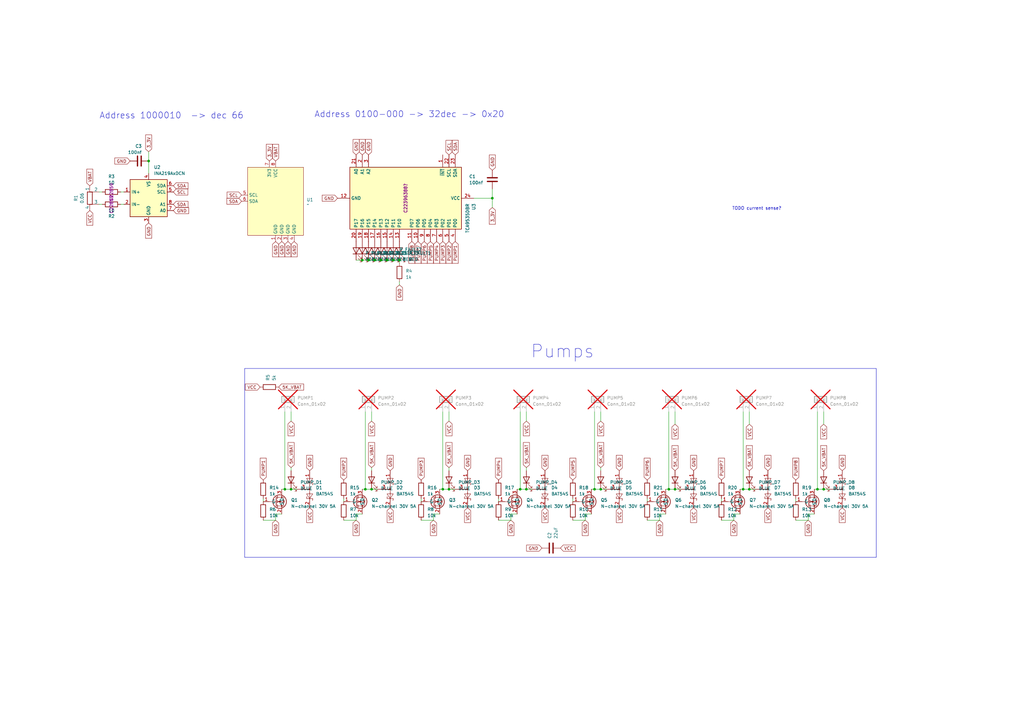
<source format=kicad_sch>
(kicad_sch (version 20250114) (generator "eeschema") (generator_version "9.0")
  (paper "A3")
  (lib_symbols
    (symbol "Connector_Generic:Conn_01x02" (pin_names (offset 1.016) (hide yes))
      (property "Reference" "J" (at 0 2.54 0))
      (property "Value" "Conn_01x02" (at 0 -5.08 0))
      (symbol "Conn_01x02_1_1"
        (rectangle (start -1.27 1.27) (end 1.27 -3.81) (stroke (width 0.254)) (fill (type background)))
        (rectangle (start -1.27 0.127) (end 0 -0.127) (stroke (width 0.1524)))
        (rectangle (start -1.27 -2.413) (end 0 -2.667) (stroke (width 0.1524)))
        (pin passive line (at -5.08 0 0) (length 3.81) (name "Pin_1") (number "1"))
        (pin passive line (at -5.08 -2.54 0) (length 3.81) (name "Pin_2") (number "2"))
      )
    )
    (symbol "Device:C" (pin_numbers (hide yes)) (pin_names (offset 0.254))
      (property "Reference" "C" (at 0.635 2.54 0))
      (property "Value" "C" (at 0.635 -2.54 0))
      (symbol "C_0_1"
        (polyline (pts (xy -2.032 0.762) (xy 2.032 0.762)) (stroke (width 0.508)))
        (polyline (pts (xy -2.032 -0.762) (xy 2.032 -0.762)) (stroke (width 0.508)))
      )
      (symbol "C_1_1"
        (pin passive line (at 0 3.81 270) (length 2.794) (name "~") (number "1"))
        (pin passive line (at 0 -3.81 90) (length 2.794) (name "~") (number "2"))
      )
    )
    (symbol "Device:LED" (pin_numbers (hide yes)) (pin_names (offset 1.016) (hide yes))
      (property "Reference" "D" (at 0 2.54 0))
      (property "Value" "LED" (at 0 -2.54 0))
      (symbol "LED_0_1"
        (polyline (pts (xy -3.048 -0.762) (xy -4.572 -2.286) (xy -3.81 -2.286) (xy -4.572 -2.286) (xy -4.572 -1.524)))
        (polyline (pts (xy -1.778 -0.762) (xy -3.302 -2.286) (xy -2.54 -2.286) (xy -3.302 -2.286) (xy -3.302 -1.524)))
        (polyline (pts (xy -1.27 0) (xy 1.27 0)))
        (polyline (pts (xy -1.27 -1.27) (xy -1.27 1.27)) (stroke (width 0.254)))
        (polyline (pts (xy 1.27 -1.27) (xy 1.27 1.27) (xy -1.27 0) (xy 1.27 -1.27)) (stroke (width 0.254)))
      )
      (symbol "LED_1_1"
        (pin passive line (at -3.81 0 0) (length 2.54) (name "K") (number "1"))
        (pin passive line (at 3.81 0 180) (length 2.54) (name "A") (number "2"))
      )
    )
    (symbol "Device:R" (pin_numbers (hide yes)) (pin_names (offset 0))
      (property "Reference" "R" (at 2.032 0 90))
      (property "Value" "R" (at 0 0 90))
      (symbol "R_0_1"
        (rectangle (start -1.016 -2.54) (end 1.016 2.54) (stroke (width 0.254)))
      )
      (symbol "R_1_1"
        (pin passive line (at 0 3.81 270) (length 1.27) (name "~") (number "1"))
        (pin passive line (at 0 -3.81 90) (length 1.27) (name "~") (number "2"))
      )
    )
    (symbol "Device:R_Shunt" (pin_numbers (hide yes)) (pin_names (offset 0))
      (property "Reference" "R" (at -4.445 0 90))
      (property "Value" "R_Shunt" (at -2.54 0 90))
      (symbol "R_Shunt_0_1"
        (rectangle (start -1.016 -2.54) (end 1.016 2.54) (stroke (width 0.254)))
        (polyline (pts (xy 0 -2.54) (xy 1.27 -2.54)))
        (polyline (pts (xy 1.27 2.54) (xy 0 2.54)))
      )
      (symbol "R_Shunt_1_1"
        (pin passive line (at 0 5.08 270) (length 2.54) (name "1") (number "1"))
        (pin passive line (at 0 -5.08 90) (length 2.54) (name "4") (number "4"))
        (pin passive line (at 3.81 2.54 180) (length 2.54) (name "2") (number "2"))
        (pin passive line (at 3.81 -2.54 180) (length 2.54) (name "3") (number "3"))
      )
    )
    (symbol "Diode:BAS40-04" (pin_names (offset 1.016))
      (property "Reference" "D" (at 0.635 -1.27 0))
      (property "Value" "BAS40-04" (at -6.35 5.715 0))
      (symbol "BAS40-04_0_1"
        (polyline (pts (xy -4.445 3.81) (xy -4.445 1.27) (xy -2.54 2.54) (xy -4.445 3.81)))
        (polyline (pts (xy -3.81 2.54) (xy -1.27 2.54)))
        (polyline (pts (xy -3.175 1.27) (xy -3.175 1.524)))
        (polyline (pts (xy -2.54 3.81) (xy -1.905 3.81)))
        (polyline (pts (xy -2.54 1.27) (xy -3.175 1.27)))
        (polyline (pts (xy -2.54 1.27) (xy -2.54 3.81)))
        (polyline (pts (xy -1.905 3.81) (xy -1.905 3.556)))
        (polyline (pts (xy -1.905 2.54) (xy 1.905 2.54)))
        (circle (center 0 2.54) (radius 0.254) (fill (type outline)))
        (polyline (pts (xy 1.27 2.54) (xy 3.81 2.54)))
        (polyline (pts (xy 1.905 3.81) (xy 1.905 1.27) (xy 3.81 2.54) (xy 1.905 3.81)))
        (polyline (pts (xy 3.175 1.27) (xy 3.175 1.524)))
        (polyline (pts (xy 3.81 3.81) (xy 4.445 3.81)))
        (polyline (pts (xy 3.81 1.27) (xy 3.175 1.27)))
        (polyline (pts (xy 3.81 1.27) (xy 3.81 3.81)))
        (polyline (pts (xy 4.445 3.81) (xy 4.445 3.556)))
      )
      (symbol "BAS40-04_1_1"
        (pin passive line (at -7.62 2.54 0) (length 3.81) (name "~") (number "1"))
        (pin passive line (at 0 -2.54 90) (length 5.08) (name "~") (number "3"))
        (pin passive line (at 7.62 2.54 180) (length 3.81) (name "~") (number "2"))
      )
    )
    (symbol "ESP32-DEVKITC-32D:SL2300" (pin_names (offset 1.016))
      (property "Reference" "Q" (at 0 0 0))
      (property "Value" "SL2300" (at 7.62 0 0))
      (symbol "SL2300_1_1"
        (polyline (pts (xy -1.016 1.905) (xy -1.016 -1.905)) (stroke (width 0.254)))
        (polyline (pts (xy -1.016 0) (xy -3.81 0)))
        (polyline (pts (xy -0.508 2.286) (xy -0.508 1.27)) (stroke (width 0.254)))
        (polyline (pts (xy -0.508 0.508) (xy -0.508 -0.508)) (stroke (width 0.254)))
        (polyline (pts (xy -0.508 -1.27) (xy -0.508 -2.286)) (stroke (width 0.254)))
        (polyline (pts (xy -0.508 -1.778) (xy 2.032 -1.778) (xy 2.032 1.778) (xy -0.508 1.778)))
        (polyline (pts (xy -0.254 0) (xy 0.762 0.381) (xy 0.762 -0.381) (xy -0.254 0)) (fill (type outline)))
        (circle (center 0.381 0) (radius 2.794) (stroke (width 0.254)))
        (polyline (pts (xy 1.27 2.54) (xy 1.27 1.778)))
        (circle (center 1.27 1.778) (radius 0.254) (fill (type outline)))
        (circle (center 1.27 -1.778) (radius 0.254) (fill (type outline)))
        (polyline (pts (xy 1.27 -2.54) (xy 1.27 0) (xy -0.508 0)))
        (polyline (pts (xy 1.524 0.508) (xy 1.651 0.381) (xy 2.413 0.381) (xy 2.54 0.254)))
        (polyline (pts (xy 2.032 0.381) (xy 1.651 -0.254) (xy 2.413 -0.254) (xy 2.032 0.381)))
        (pin input line (at -6.35 0 0) (length 2.54) (name "G") (number "1"))
        (pin passive line (at 1.27 5.08 270) (length 2.54) (name "D") (number "3"))
        (pin passive line (at 1.27 -5.08 90) (length 2.54) (name "S") (number "2"))
      )
    )
    (symbol "Interface_Expansion:TCA9535DBR"
      (property "Reference" "U" (at -11.43 24.13 0))
      (property "Value" "TCA9535DBR" (at 0 0 0))
      (symbol "TCA9535DBR_0_1"
        (rectangle (start -12.7 22.86) (end 12.7 -22.86) (stroke (width 0.254)) (fill (type background)))
      )
      (symbol "TCA9535DBR_1_1"
        (pin bidirectional line (at -17.78 20.32 0) (length 5.08) (name "SDA") (number "23"))
        (pin input line (at -17.78 17.78 0) (length 5.08) (name "SCL") (number "22"))
        (pin open_collector line (at -17.78 15.24 0) (length 5.08) (name "~{INT}") (number "1"))
        (pin input line (at -17.78 -15.24 0) (length 5.08) (name "A2") (number "3"))
        (pin input line (at -17.78 -17.78 0) (length 5.08) (name "A1") (number "2"))
        (pin input line (at -17.78 -20.32 0) (length 5.08) (name "A0") (number "21"))
        (pin power_in line (at 0 27.94 270) (length 5.08) (name "VCC") (number "24"))
        (pin power_in line (at 0 -27.94 90) (length 5.08) (name "GND") (number "12"))
        (pin bidirectional line (at 17.78 20.32 180) (length 5.08) (name "P00") (number "4"))
        (pin bidirectional line (at 17.78 17.78 180) (length 5.08) (name "P01") (number "5"))
        (pin bidirectional line (at 17.78 15.24 180) (length 5.08) (name "P02") (number "6"))
        (pin bidirectional line (at 17.78 12.7 180) (length 5.08) (name "P03") (number "7"))
        (pin bidirectional line (at 17.78 10.16 180) (length 5.08) (name "P04") (number "8"))
        (pin bidirectional line (at 17.78 7.62 180) (length 5.08) (name "P05") (number "9"))
        (pin bidirectional line (at 17.78 5.08 180) (length 5.08) (name "P06") (number "10"))
        (pin bidirectional line (at 17.78 2.54 180) (length 5.08) (name "P07") (number "11"))
        (pin bidirectional line (at 17.78 -2.54 180) (length 5.08) (name "P10") (number "13"))
        (pin bidirectional line (at 17.78 -5.08 180) (length 5.08) (name "P11") (number "14"))
        (pin bidirectional line (at 17.78 -7.62 180) (length 5.08) (name "P12") (number "15"))
        (pin bidirectional line (at 17.78 -10.16 180) (length 5.08) (name "P13") (number "16"))
        (pin bidirectional line (at 17.78 -12.7 180) (length 5.08) (name "P14") (number "17"))
        (pin bidirectional line (at 17.78 -15.24 180) (length 5.08) (name "P15") (number "18"))
        (pin bidirectional line (at 17.78 -17.78 180) (length 5.08) (name "P16") (number "19"))
        (pin bidirectional line (at 17.78 -20.32 180) (length 5.08) (name "P17") (number "20"))
      )
    )
    (symbol "Modules:Pump_Output"
      (property "Reference" "U" (at -6.35 15.24 0))
      (symbol "Pump_Output_1_1"
        (rectangle (start -12.7 12.7) (end 10.16 -15.24) (fill (type background)))
        (pin bidirectional line (at -15.24 1.27 0) (length 2.54) (name "SCL") (number "5"))
        (pin bidirectional line (at -15.24 -1.27 0) (length 2.54) (name "SDA") (number "6"))
        (pin power_in line (at -3.81 15.24 270) (length 2.54) (name "3V3") (number "7"))
        (pin power_in line (at -1.27 15.24 270) (length 2.54) (name "VCC") (number "8"))
        (pin power_in line (at -1.27 -17.78 90) (length 2.54) (name "GND") (number "1"))
        (pin power_in line (at 1.27 -17.78 90) (length 2.54) (name "GND") (number "2"))
        (pin power_in line (at 3.81 -17.78 90) (length 2.54) (name "GND") (number "3"))
        (pin power_in line (at 6.35 -17.78 90) (length 2.54) (name "GND") (number "4"))
      )
    )
    (symbol "Sensor_Energy:INA219AxDCN"
      (property "Reference" "U" (at -6.35 8.89 0))
      (property "Value" "INA219AxDCN" (at 6.35 8.89 0))
      (symbol "INA219AxDCN_0_1"
        (rectangle (start -7.62 7.62) (end 7.62 -7.62) (stroke (width 0.254)) (fill (type background)))
      )
      (symbol "INA219AxDCN_1_1"
        (pin input line (at -10.16 2.54 0) (length 2.54) (name "IN+") (number "1"))
        (pin input line (at -10.16 -2.54 0) (length 2.54) (name "IN-") (number "2"))
        (pin power_in line (at 0 10.16 270) (length 2.54) (name "VS") (number "4"))
        (pin power_in line (at 0 -10.16 90) (length 2.54) (name "GND") (number "3"))
        (pin bidirectional line (at 10.16 5.08 180) (length 2.54) (name "SDA") (number "6"))
        (pin input line (at 10.16 2.54 180) (length 2.54) (name "SCL") (number "5"))
        (pin input line (at 10.16 -2.54 180) (length 2.54) (name "A1") (number "8"))
        (pin input line (at 10.16 -5.08 180) (length 2.54) (name "A0") (number "7"))
      )
    )
  )
  (rectangle (start 100.33 151.13) (end 359.41 228.6))
  (text "TODO current sense?" (at 310.388 85.598 0) (effects (font (size 1.27 1.27))))
  (text "Address 0100-000 -> 32dec -> 0x20" (at 167.894 46.99 0) (effects (font (size 2.54 2.54))))
  (text "Address 1000010  -> dec 66" (at 70.358 47.498 0) (effects (font (size 2.54 2.54))))
  (text "Pumps" (at 243.84 147.32 0) (effects (font (size 5.2578 5.2578)) (justify right bottom)))
  (junction (at 184.15 200.66))
  (junction (at 215.9 200.66))
  (junction (at 201.93 81.28))
  (junction (at 304.8 200.66))
  (junction (at 181.61 200.66))
  (junction (at 152.4 200.66))
  (junction (at 246.38 200.66))
  (junction (at 276.86 200.66))
  (junction (at 149.86 200.66))
  (junction (at 151.13 106.68))
  (junction (at 337.82 200.66))
  (junction (at 156.21 106.68))
  (junction (at 161.29 106.68))
  (junction (at 153.67 106.68))
  (junction (at 274.32 200.66))
  (junction (at 243.84 200.66))
  (junction (at 116.84 200.66))
  (junction (at 163.83 106.68))
  (junction (at 158.75 106.68))
  (junction (at 60.96 66.04))
  (junction (at 307.34 200.66))
  (junction (at 119.38 200.66))
  (junction (at 213.36 200.66))
  (junction (at 148.59 106.68))
  (junction (at 335.28 200.66))
  (wire (pts (xy 274.32 168.91) (xy 274.32 200.66)))
  (wire (pts (xy 215.9 168.91) (xy 215.9 172.72)))
  (wire (pts (xy 107.95 204.47) (xy 107.95 205.74)))
  (wire (pts (xy 201.93 77.47) (xy 201.93 81.28)))
  (wire (pts (xy 163.83 116.84) (xy 163.83 115.57)))
  (wire (pts (xy 274.32 200.66) (xy 273.05 200.66)))
  (wire (pts (xy 149.86 168.91) (xy 149.86 200.66)))
  (wire (pts (xy 152.4 200.66) (xy 154.94 200.66)))
  (wire (pts (xy 326.39 204.47) (xy 326.39 205.74)))
  (wire (pts (xy 246.38 200.66) (xy 248.92 200.66)))
  (wire (pts (xy 243.84 200.66) (xy 242.57 200.66)))
  (wire (pts (xy 240.03 210.82) (xy 240.03 213.36)))
  (wire (pts (xy 334.01 210.82) (xy 331.47 210.82)))
  (wire (pts (xy 60.96 66.04) (xy 60.96 71.12)))
  (wire (pts (xy 152.4 168.91) (xy 152.4 172.72)))
  (wire (pts (xy 152.4 191.77) (xy 152.4 193.04)))
  (wire (pts (xy 246.38 200.66) (xy 243.84 200.66)))
  (wire (pts (xy 307.34 168.91) (xy 307.34 173.99)))
  (wire (pts (xy 234.95 204.47) (xy 234.95 205.74)))
  (wire (pts (xy 149.86 200.66) (xy 148.59 200.66)))
  (wire (pts (xy 300.99 210.82) (xy 300.99 213.36)))
  (wire (pts (xy 276.86 168.91) (xy 276.86 173.99)))
  (wire (pts (xy 212.09 210.82) (xy 209.55 210.82)))
  (wire (pts (xy 184.15 193.04) (xy 184.15 191.77)))
  (wire (pts (xy 300.99 213.36) (xy 295.91 213.36)))
  (wire (pts (xy 295.91 204.47) (xy 295.91 205.74)))
  (wire (pts (xy 172.72 204.47) (xy 172.72 205.74)))
  (wire (pts (xy 158.75 106.68) (xy 161.29 106.68)))
  (wire (pts (xy 215.9 200.66) (xy 213.36 200.66)))
  (wire (pts (xy 240.03 213.36) (xy 234.95 213.36)))
  (wire (pts (xy 246.38 191.77) (xy 246.38 193.04)))
  (wire (pts (xy 184.15 168.91) (xy 184.15 172.72)))
  (wire (pts (xy 331.47 213.36) (xy 326.39 213.36)))
  (wire (pts (xy 49.53 78.74) (xy 50.8 78.74)))
  (wire (pts (xy 184.15 200.66) (xy 181.61 200.66)))
  (wire (pts (xy 273.05 210.82) (xy 270.51 210.82)))
  (wire (pts (xy 331.47 210.82) (xy 331.47 213.36)))
  (wire (pts (xy 149.86 200.66) (xy 152.4 200.66)))
  (wire (pts (xy 119.38 200.66) (xy 121.92 200.66)))
  (wire (pts (xy 307.34 200.66) (xy 309.88 200.66)))
  (wire (pts (xy 146.05 210.82) (xy 146.05 213.36)))
  (wire (pts (xy 276.86 200.66) (xy 274.32 200.66)))
  (wire (pts (xy 209.55 213.36) (xy 204.47 213.36)))
  (wire (pts (xy 303.53 210.82) (xy 300.99 210.82)))
  (wire (pts (xy 270.51 213.36) (xy 265.43 213.36)))
  (wire (pts (xy 113.03 213.36) (xy 107.95 213.36)))
  (wire (pts (xy 335.28 168.91) (xy 335.28 200.66)))
  (wire (pts (xy 215.9 191.77) (xy 215.9 193.04)))
  (wire (pts (xy 148.59 106.68) (xy 146.05 106.68)))
  (wire (pts (xy 213.36 200.66) (xy 212.09 200.66)))
  (wire (pts (xy 49.53 83.82) (xy 50.8 83.82)))
  (wire (pts (xy 156.21 106.68) (xy 158.75 106.68)))
  (wire (pts (xy 119.38 193.04) (xy 119.38 191.77)))
  (wire (pts (xy 181.61 200.66) (xy 180.34 200.66)))
  (wire (pts (xy 270.51 210.82) (xy 270.51 213.36)))
  (wire (pts (xy 265.43 204.47) (xy 265.43 205.74)))
  (wire (pts (xy 242.57 210.82) (xy 240.03 210.82)))
  (wire (pts (xy 40.64 78.74) (xy 41.91 78.74)))
  (wire (pts (xy 180.34 210.82) (xy 177.8 210.82)))
  (wire (pts (xy 163.83 107.95) (xy 163.83 106.68)))
  (wire (pts (xy 194.31 81.28) (xy 201.93 81.28)))
  (wire (pts (xy 113.03 210.82) (xy 113.03 213.36)))
  (wire (pts (xy 209.55 210.82) (xy 209.55 213.36)))
  (wire (pts (xy 177.8 210.82) (xy 177.8 213.36)))
  (wire (pts (xy 151.13 106.68) (xy 148.59 106.68)))
  (wire (pts (xy 204.47 204.47) (xy 204.47 205.74)))
  (wire (pts (xy 177.8 213.36) (xy 172.72 213.36)))
  (wire (pts (xy 307.34 200.66) (xy 304.8 200.66)))
  (wire (pts (xy 304.8 200.66) (xy 303.53 200.66)))
  (wire (pts (xy 201.93 81.28) (xy 201.93 85.09)))
  (wire (pts (xy 335.28 200.66) (xy 334.01 200.66)))
  (wire (pts (xy 213.36 168.91) (xy 213.36 200.66)))
  (wire (pts (xy 181.61 168.91) (xy 181.61 200.66)))
  (wire (pts (xy 115.57 210.82) (xy 113.03 210.82)))
  (wire (pts (xy 243.84 168.91) (xy 243.84 200.66)))
  (wire (pts (xy 140.97 204.47) (xy 140.97 205.74)))
  (wire (pts (xy 304.8 168.91) (xy 304.8 200.66)))
  (wire (pts (xy 119.38 200.66) (xy 116.84 200.66)))
  (wire (pts (xy 156.21 106.68) (xy 153.67 106.68)))
  (wire (pts (xy 246.38 168.91) (xy 246.38 172.72)))
  (wire (pts (xy 116.84 200.66) (xy 115.57 200.66)))
  (wire (pts (xy 337.82 200.66) (xy 340.36 200.66)))
  (wire (pts (xy 337.82 200.66) (xy 335.28 200.66)))
  (wire (pts (xy 40.64 83.82) (xy 41.91 83.82)))
  (wire (pts (xy 153.67 106.68) (xy 151.13 106.68)))
  (wire (pts (xy 146.05 213.36) (xy 140.97 213.36)))
  (wire (pts (xy 276.86 200.66) (xy 279.4 200.66)))
  (wire (pts (xy 148.59 210.82) (xy 146.05 210.82)))
  (wire (pts (xy 184.15 200.66) (xy 186.69 200.66)))
  (wire (pts (xy 60.96 62.23) (xy 60.96 66.04)))
  (wire (pts (xy 161.29 106.68) (xy 163.83 106.68)))
  (wire (pts (xy 116.84 168.91) (xy 116.84 200.66)))
  (wire (pts (xy 337.82 168.91) (xy 337.82 173.99)))
  (wire (pts (xy 215.9 200.66) (xy 218.44 200.66)))
  (wire (pts (xy 119.38 168.91) (xy 119.38 172.72)))
  (global_label "VCC" (shape input) (at 119.38 172.72 270) (property "Intersheetrefs" "${INTERSHEET_REFS}" (effects (hide yes))))
  (global_label "VCC" (shape input) (at 254 208.28 270) (property "Intersheetrefs" "${INTERSHEET_REFS}" (effects (hide yes))))
  (global_label "PUMP4" (shape input) (at 179.07 99.06 270) (property "Intersheetrefs" "${INTERSHEET_REFS}" (effects (hide yes))))
  (global_label "GND" (shape input) (at 127 193.04 90) (property "Intersheetrefs" "${INTERSHEET_REFS}" (effects (hide yes))))
  (global_label "SDA" (shape input) (at 186.69 63.5 90) (property "Intersheetrefs" "${INTERSHEET_REFS}" (effects (hide yes))))
  (global_label "5K_VBAT" (shape input) (at 152.4 191.77 90) (property "Intersheetrefs" "${INTERSHEET_REFS}" (effects (hide yes))))
  (global_label "3_3V" (shape input) (at 110.49 66.04 90) (property "Intersheetrefs" "${INTERSHEET_REFS}" (effects (hide yes))))
  (global_label "VCC" (shape input) (at 307.34 173.99 270) (property "Intersheetrefs" "${INTERSHEET_REFS}" (effects (hide yes))))
  (global_label "PUMP1" (shape input) (at 186.69 99.06 270) (property "Intersheetrefs" "${INTERSHEET_REFS}" (effects (hide yes))))
  (global_label "SCL" (shape input) (at 184.15 63.5 90) (property "Intersheetrefs" "${INTERSHEET_REFS}" (effects (hide yes))))
  (global_label "GND" (shape input) (at 314.96 193.04 90) (property "Intersheetrefs" "${INTERSHEET_REFS}" (effects (hide yes))))
  (global_label "PUMP5" (shape input) (at 176.53 99.06 270) (property "Intersheetrefs" "${INTERSHEET_REFS}" (effects (hide yes))))
  (global_label "VCC" (shape input) (at 106.68 158.75 180) (property "Intersheetrefs" "${INTERSHEET_REFS}" (effects (hide yes))))
  (global_label "SCL" (shape input) (at 99.06 80.01 180) (property "Intersheetrefs" "${INTERSHEET_REFS}" (effects (hide yes))))
  (global_label "PUMP8" (shape input) (at 326.39 196.85 90) (property "Intersheetrefs" "${INTERSHEET_REFS}" (effects (hide yes))))
  (global_label "GND" (shape input) (at 60.96 91.44 270) (property "Intersheetrefs" "${INTERSHEET_REFS}" (effects (hide yes))))
  (global_label "GND" (shape input) (at 201.93 69.85 90) (property "Intersheetrefs" "${INTERSHEET_REFS}" (effects (hide yes))))
  (global_label "PUMP5" (shape input) (at 234.95 196.85 90) (property "Intersheetrefs" "${INTERSHEET_REFS}" (effects (hide yes))))
  (global_label "GND" (shape input) (at 300.99 213.36 270) (property "Intersheetrefs" "${INTERSHEET_REFS}" (effects (hide yes))))
  (global_label "VCC" (shape input) (at 337.82 173.99 270) (property "Intersheetrefs" "${INTERSHEET_REFS}" (effects (hide yes))))
  (global_label "PUMP2" (shape input) (at 140.97 196.85 90) (property "Intersheetrefs" "${INTERSHEET_REFS}" (effects (hide yes))))
  (global_label "GND" (shape input) (at 115.57 99.06 270) (property "Intersheetrefs" "${INTERSHEET_REFS}" (effects (hide yes))))
  (global_label "VCC" (shape input) (at 229.87 224.79 0) (property "Intersheetrefs" "${INTERSHEET_REFS}" (effects (hide yes))))
  (global_label "VCC" (shape input) (at 314.96 208.28 270) (property "Intersheetrefs" "${INTERSHEET_REFS}" (effects (hide yes))))
  (global_label "GND" (shape input) (at 148.59 63.5 90) (property "Intersheetrefs" "${INTERSHEET_REFS}" (effects (hide yes))))
  (global_label "SDA" (shape input) (at 71.12 76.2 0) (property "Intersheetrefs" "${INTERSHEET_REFS}" (effects (hide yes))))
  (global_label "PUMP8" (shape input) (at 168.91 99.06 270) (property "Intersheetrefs" "${INTERSHEET_REFS}" (effects (hide yes))))
  (global_label "PUMP6" (shape input) (at 265.43 196.85 90) (property "Intersheetrefs" "${INTERSHEET_REFS}" (effects (hide yes))))
  (global_label "VCC" (shape input) (at 127 208.28 270) (property "Intersheetrefs" "${INTERSHEET_REFS}" (effects (hide yes))))
  (global_label "5K_VBAT" (shape input) (at 276.86 193.04 90) (property "Intersheetrefs" "${INTERSHEET_REFS}" (effects (hide yes))))
  (global_label "GND" (shape input) (at 53.34 66.04 180) (property "Intersheetrefs" "${INTERSHEET_REFS}" (effects (hide yes))))
  (global_label "5K_VBAT" (shape input) (at 246.38 191.77 90) (property "Intersheetrefs" "${INTERSHEET_REFS}" (effects (hide yes))))
  (global_label "GND" (shape input) (at 146.05 213.36 270) (property "Intersheetrefs" "${INTERSHEET_REFS}" (effects (hide yes))))
  (global_label "PUMP6" (shape input) (at 173.99 99.06 270) (property "Intersheetrefs" "${INTERSHEET_REFS}" (effects (hide yes))))
  (global_label "SCL" (shape input) (at 71.12 78.74 0) (property "Intersheetrefs" "${INTERSHEET_REFS}" (effects (hide yes))))
  (global_label "VCC" (shape input) (at 223.52 208.28 270) (property "Intersheetrefs" "${INTERSHEET_REFS}" (effects (hide yes))))
  (global_label "5K_VBAT" (shape input) (at 215.9 191.77 90) (property "Intersheetrefs" "${INTERSHEET_REFS}" (effects (hide yes))))
  (global_label "VCC" (shape input) (at 284.48 208.28 270) (property "Intersheetrefs" "${INTERSHEET_REFS}" (effects (hide yes))))
  (global_label "GND" (shape input) (at 151.13 63.5 90) (property "Intersheetrefs" "${INTERSHEET_REFS}" (effects (hide yes))))
  (global_label "VBAT" (shape input) (at 36.83 76.2 90) (property "Intersheetrefs" "${INTERSHEET_REFS}" (effects (hide yes))))
  (global_label "PUMP7" (shape input) (at 295.91 196.85 90) (property "Intersheetrefs" "${INTERSHEET_REFS}" (effects (hide yes))))
  (global_label "PUMP4" (shape input) (at 204.47 196.85 90) (property "Intersheetrefs" "${INTERSHEET_REFS}" (effects (hide yes))))
  (global_label "PUMP2" (shape input) (at 184.15 99.06 270) (property "Intersheetrefs" "${INTERSHEET_REFS}" (effects (hide yes))))
  (global_label "GND" (shape input) (at 191.77 193.04 90) (property "Intersheetrefs" "${INTERSHEET_REFS}" (effects (hide yes))))
  (global_label "VCC" (shape input) (at 184.15 172.72 270) (property "Intersheetrefs" "${INTERSHEET_REFS}" (effects (hide yes))))
  (global_label "GND" (shape input) (at 71.12 86.36 0) (property "Intersheetrefs" "${INTERSHEET_REFS}" (effects (hide yes))))
  (global_label "VCC" (shape input) (at 160.02 208.28 270) (property "Intersheetrefs" "${INTERSHEET_REFS}" (effects (hide yes))))
  (global_label "PUMP3" (shape input) (at 181.61 99.06 270) (property "Intersheetrefs" "${INTERSHEET_REFS}" (effects (hide yes))))
  (global_label "GND" (shape input) (at 345.44 193.04 90) (property "Intersheetrefs" "${INTERSHEET_REFS}" (effects (hide yes))))
  (global_label "GND" (shape input) (at 222.25 224.79 180) (property "Intersheetrefs" "${INTERSHEET_REFS}" (effects (hide yes))))
  (global_label "3_3V" (shape input) (at 201.93 85.09 270) (property "Intersheetrefs" "${INTERSHEET_REFS}" (effects (hide yes))))
  (global_label "5K_VBAT" (shape input) (at 184.15 191.77 90) (property "Intersheetrefs" "${INTERSHEET_REFS}" (effects (hide yes))))
  (global_label "GND" (shape input) (at 270.51 213.36 270) (property "Intersheetrefs" "${INTERSHEET_REFS}" (effects (hide yes))))
  (global_label "GND" (shape input) (at 223.52 193.04 90) (property "Intersheetrefs" "${INTERSHEET_REFS}" (effects (hide yes))))
  (global_label "GND" (shape input) (at 160.02 193.04 90) (property "Intersheetrefs" "${INTERSHEET_REFS}" (effects (hide yes))))
  (global_label "VCC" (shape input) (at 36.83 86.36 270) (property "Intersheetrefs" "${INTERSHEET_REFS}" (effects (hide yes))))
  (global_label "GND" (shape input) (at 113.03 99.06 270) (property "Intersheetrefs" "${INTERSHEET_REFS}" (effects (hide yes))))
  (global_label "GND" (shape input) (at 113.03 213.36 270) (property "Intersheetrefs" "${INTERSHEET_REFS}" (effects (hide yes))))
  (global_label "SDA" (shape input) (at 71.12 83.82 0) (property "Intersheetrefs" "${INTERSHEET_REFS}" (effects (hide yes))))
  (global_label "GND" (shape input) (at 118.11 99.06 270) (property "Intersheetrefs" "${INTERSHEET_REFS}" (effects (hide yes))))
  (global_label "VCC" (shape input) (at 345.44 208.28 270) (property "Intersheetrefs" "${INTERSHEET_REFS}" (effects (hide yes))))
  (global_label "5K_VBAT" (shape input) (at 307.34 193.04 90) (property "Intersheetrefs" "${INTERSHEET_REFS}" (effects (hide yes))))
  (global_label "GND" (shape input) (at 284.48 193.04 90) (property "Intersheetrefs" "${INTERSHEET_REFS}" (effects (hide yes))))
  (global_label "SDA" (shape input) (at 99.06 82.55 180) (property "Intersheetrefs" "${INTERSHEET_REFS}" (effects (hide yes))))
  (global_label "GND" (shape input) (at 331.47 213.36 270) (property "Intersheetrefs" "${INTERSHEET_REFS}" (effects (hide yes))))
  (global_label "GND" (shape input) (at 209.55 213.36 270) (property "Intersheetrefs" "${INTERSHEET_REFS}" (effects (hide yes))))
  (global_label "PUMP3" (shape input) (at 172.72 196.85 90) (property "Intersheetrefs" "${INTERSHEET_REFS}" (effects (hide yes))))
  (global_label "5K_VBAT" (shape input) (at 114.3 158.75 0) (property "Intersheetrefs" "${INTERSHEET_REFS}" (effects (hide yes))))
  (global_label "GND" (shape input) (at 120.65 99.06 270) (property "Intersheetrefs" "${INTERSHEET_REFS}" (effects (hide yes))))
  (global_label "GND" (shape input) (at 138.43 81.28 180) (property "Intersheetrefs" "${INTERSHEET_REFS}" (effects (hide yes))))
  (global_label "VCC" (shape input) (at 276.86 173.99 270) (property "Intersheetrefs" "${INTERSHEET_REFS}" (effects (hide yes))))
  (global_label "5K_VBAT" (shape input) (at 119.38 191.77 90) (property "Intersheetrefs" "${INTERSHEET_REFS}" (effects (hide yes))))
  (global_label "VCC" (shape input) (at 215.9 172.72 270) (property "Intersheetrefs" "${INTERSHEET_REFS}" (effects (hide yes))))
  (global_label "VCC" (shape input) (at 191.77 208.28 270) (property "Intersheetrefs" "${INTERSHEET_REFS}" (effects (hide yes))))
  (global_label "GND" (shape input) (at 146.05 63.5 90) (property "Intersheetrefs" "${INTERSHEET_REFS}" (effects (hide yes))))
  (global_label "VCC" (shape input) (at 246.38 172.72 270) (property "Intersheetrefs" "${INTERSHEET_REFS}" (effects (hide yes))))
  (global_label "GND" (shape input) (at 254 193.04 90) (property "Intersheetrefs" "${INTERSHEET_REFS}" (effects (hide yes))))
  (global_label "PUMP1" (shape input) (at 107.95 196.85 90) (property "Intersheetrefs" "${INTERSHEET_REFS}" (effects (hide yes))))
  (global_label "PUMP7" (shape input) (at 171.45 99.06 270) (property "Intersheetrefs" "${INTERSHEET_REFS}" (effects (hide yes))))
  (global_label "3_3V" (shape input) (at 60.96 62.23 90) (property "Intersheetrefs" "${INTERSHEET_REFS}" (effects (hide yes))))
  (global_label "VCC" (shape input) (at 152.4 172.72 270) (property "Intersheetrefs" "${INTERSHEET_REFS}" (effects (hide yes))))
  (global_label "VBAT" (shape input) (at 113.03 66.04 90) (property "Intersheetrefs" "${INTERSHEET_REFS}" (effects (hide yes))))
  (global_label "GND" (shape input) (at 163.83 116.84 270) (property "Intersheetrefs" "${INTERSHEET_REFS}" (effects (hide yes))))
  (global_label "GND" (shape input) (at 177.8 213.36 270) (property "Intersheetrefs" "${INTERSHEET_REFS}" (effects (hide yes))))
  (global_label "GND" (shape input) (at 240.03 213.36 270) (property "Intersheetrefs" "${INTERSHEET_REFS}" (effects (hide yes))))
  (global_label "5K_VBAT" (shape input) (at 337.82 193.04 90) (property "Intersheetrefs" "${INTERSHEET_REFS}" (effects (hide yes))))
  (symbol (lib_id "Device:LED") (at 246.38 196.85 90) (unit 1)
    (property "Reference" "PUMP_D5" (at 250.19 197.8025 90) (effects (justify right)))
    (property "Value" "BLUE" (at 250.19 200.3425 90) (effects (justify right)))
    (property "Footprint" "LED_SMD:LED_0805_2012Metric" (effects (hide yes)))
    (property "Description" "Light emitting diode" (effects (hide yes)))
    (property "LCSC_PART_NUMBER" "C205441" (effects (hide yes)))
    (property "Sim.Pins" "1=K 2=A" (effects (hide yes)))
  )
  (symbol (lib_id "Diode:BAS40-04") (at 342.9 200.66 270) (unit 1)
    (property "Reference" "D8" (at 347.98 200.025 90) (effects (justify left)))
    (property "Value" "BAT54S" (at 347.98 202.565 90) (effects (justify left)))
    (property "Footprint" "Package_TO_SOT_SMD:SOT-23" (effects (hide yes)))
    (property "Datasheet" "http://www.vishay.com/docs/85701/bas40v.pdf" (effects (hide yes)))
    (property "Description" "40V 0.2A Dual Small Signal Schottky Diodes" (effects (hide yes)))
    (property "LCSC_PART_NUMBER" "C916425" (effects (hide yes)))
  )
  (symbol (lib_id "ESP32-DEVKITC-32D:SL2300") (at 114.3 205.74 0) (unit 1)
    (property "Reference" "Q1" (at 119.38 205.105 0) (effects (justify left)))
    (property "Value" "N-channel 30V 5A" (at 119.38 207.645 0) (effects (justify left)))
    (property "Footprint" "PCM_Package_TO_SOT_SMD_AKL:SOT-23" (effects (hide yes)))
    (property "LCSC_PART_NUMBER" "C20917" (effects (hide yes)))
  )
  (symbol (lib_id "Device:R") (at 326.39 209.55 0) (unit 1)
    (property "Reference" "R13" (at 328.93 208.915 0) (effects (justify left)))
    (property "Value" "10k" (at 328.93 211.455 0) (effects (justify left)))
    (property "Footprint" "Resistor_SMD:R_0603_1608Metric" (effects (hide yes)))
    (property "Description" "Resistor" (effects (hide yes)))
    (property "LCSC_PART_NUMBER" "C25804" (effects (hide yes)))
  )
  (symbol (lib_id "Device:LED") (at 152.4 196.85 90) (unit 1)
    (property "Reference" "PUMP_D2" (at 156.21 197.8025 90) (effects (justify right)))
    (property "Value" "BLUE" (at 156.21 200.3425 90) (effects (justify right)))
    (property "Footprint" "LED_SMD:LED_0805_2012Metric" (effects (hide yes)))
    (property "Description" "Light emitting diode" (effects (hide yes)))
    (property "LCSC_PART_NUMBER" "C205441" (effects (hide yes)))
    (property "Sim.Pins" "1=K 2=A" (effects (hide yes)))
  )
  (symbol (lib_id "Device:LED") (at 163.83 102.87 90) (unit 1)
    (property "Reference" "P_FAULT1" (at 167.64 103.8225 90) (effects (justify right)))
    (property "Value" "RED" (at 167.64 106.3625 90) (effects (justify right)))
    (property "Footprint" "LED_SMD:LED_0805_2012Metric" (effects (hide yes)))
    (property "Description" "Light emitting diode" (effects (hide yes)))
    (property "LCSC_PART_NUMBER" "C205441" (effects (hide yes)))
    (property "Sim.Pins" "1=K 2=A" (effects (hide yes)))
  )
  (symbol (lib_id "Diode:BAS40-04") (at 124.46 200.66 270) (unit 1)
    (property "Reference" "D1" (at 129.54 200.025 90) (effects (justify left)))
    (property "Value" "BAT54S" (at 129.54 202.565 90) (effects (justify left)))
    (property "Footprint" "Package_TO_SOT_SMD:SOT-23" (effects (hide yes)))
    (property "Datasheet" "http://www.vishay.com/docs/85701/bas40v.pdf" (effects (hide yes)))
    (property "Description" "40V 0.2A Dual Small Signal Schottky Diodes" (effects (hide yes)))
    (property "LCSC_PART_NUMBER" "C916425" (effects (hide yes)))
  )
  (symbol (lib_id "Device:C") (at 226.06 224.79 270) (unit 1)
    (property "Reference" "C2" (at 225.425 220.98 0) (effects (justify right)))
    (property "Value" "22uF" (at 227.965 220.98 0) (effects (justify right)))
    (property "Footprint" "PCM_Capacitor_SMD_Handsoldering_AKL:C_0805_2012Metric_Pad1.18x1.45mm" (effects (hide yes)))
    (property "Description" "Unpolarized capacitor" (effects (hide yes)))
    (property "LCSC_PART_NUMBER" "C45783" (effects (hide yes)))
  )
  (symbol (lib_id "Device:C") (at 201.93 73.66 0) (unit 1)
    (property "Reference" "C1" (at 192.405 72.39 0) (effects (justify left)))
    (property "Value" "100nf" (at 192.405 74.93 0) (effects (justify left)))
    (property "Footprint" "PCM_Capacitor_SMD_Handsoldering_AKL:C_0603_1608Metric_Pad1.08x0.95mm" (effects (hide yes)))
    (property "LCSC_PART_NUMBER" "C14663" (effects (hide yes)))
  )
  (symbol (lib_id "Connector_Generic:Conn_01x02") (at 274.32 163.83 90) (unit 1) (dnp yes)
    (property "Reference" "PUMP6" (at 279.4 163.195 90) (effects (justify right)))
    (property "Value" "Conn_01x02" (at 279.4 165.735 90) (effects (justify right)))
    (property "Footprint" "Connector_JST:JST_EH_B2B-EH-A_1x02_P2.50mm_Vertical" (effects (hide yes)))
    (property "Description" "Generic connector, single row, 01x02, script generated (kicad-library-utils/schlib/autogen/connector/)" (effects (hide yes)))
  )
  (symbol (lib_id "Connector_Generic:Conn_01x02") (at 243.84 163.83 90) (unit 1) (dnp yes)
    (property "Reference" "PUMP5" (at 248.92 163.195 90) (effects (justify right)))
    (property "Value" "Conn_01x02" (at 248.92 165.735 90) (effects (justify right)))
    (property "Footprint" "Connector_JST:JST_EH_B2B-EH-A_1x02_P2.50mm_Vertical" (effects (hide yes)))
    (property "Description" "Generic connector, single row, 01x02, script generated (kicad-library-utils/schlib/autogen/connector/)" (effects (hide yes)))
  )
  (symbol (lib_id "Device:LED") (at 146.05 102.87 90) (unit 1)
    (property "Reference" "P_FAULT8" (at 149.86 103.8225 90) (effects (justify right)))
    (property "Value" "RED" (at 149.86 106.3625 90) (effects (justify right)))
    (property "Footprint" "LED_SMD:LED_0805_2012Metric" (effects (hide yes)))
    (property "Description" "Light emitting diode" (effects (hide yes)))
    (property "LCSC_PART_NUMBER" "C205441" (effects (hide yes)))
    (property "Sim.Pins" "1=K 2=A" (effects (hide yes)))
  )
  (symbol (lib_id "ESP32-DEVKITC-32D:SL2300") (at 210.82 205.74 0) (unit 1)
    (property "Reference" "Q4" (at 215.9 205.105 0) (effects (justify left)))
    (property "Value" "N-channel 30V 5A" (at 215.9 207.645 0) (effects (justify left)))
    (property "Footprint" "PCM_Package_TO_SOT_SMD_AKL:SOT-23" (effects (hide yes)))
    (property "LCSC_PART_NUMBER" "C20917" (effects (hide yes)))
  )
  (symbol (lib_id "Diode:BAS40-04") (at 157.48 200.66 270) (unit 1)
    (property "Reference" "D2" (at 162.56 200.025 90) (effects (justify left)))
    (property "Value" "BAT54S" (at 162.56 202.565 90) (effects (justify left)))
    (property "Footprint" "Package_TO_SOT_SMD:SOT-23" (effects (hide yes)))
    (property "Datasheet" "http://www.vishay.com/docs/85701/bas40v.pdf" (effects (hide yes)))
    (property "Description" "40V 0.2A Dual Small Signal Schottky Diodes" (effects (hide yes)))
    (property "LCSC_PART_NUMBER" "C916425" (effects (hide yes)))
  )
  (symbol (lib_id "Diode:BAS40-04") (at 220.98 200.66 270) (unit 1)
    (property "Reference" "D4" (at 226.06 200.025 90) (effects (justify left)))
    (property "Value" "BAT54S" (at 226.06 202.565 90) (effects (justify left)))
    (property "Footprint" "Package_TO_SOT_SMD:SOT-23" (effects (hide yes)))
    (property "Datasheet" "http://www.vishay.com/docs/85701/bas40v.pdf" (effects (hide yes)))
    (property "Description" "40V 0.2A Dual Small Signal Schottky Diodes" (effects (hide yes)))
    (property "LCSC_PART_NUMBER" "C916425" (effects (hide yes)))
  )
  (symbol (lib_id "Device:LED") (at 337.82 196.85 90) (unit 1)
    (property "Reference" "PUMP_D8" (at 341.63 197.8025 90) (effects (justify right)))
    (property "Value" "BLUE" (at 341.63 200.3425 90) (effects (justify right)))
    (property "Footprint" "LED_SMD:LED_0805_2012Metric" (effects (hide yes)))
    (property "Description" "Light emitting diode" (effects (hide yes)))
    (property "LCSC_PART_NUMBER" "C205441" (effects (hide yes)))
    (property "Sim.Pins" "1=K 2=A" (effects (hide yes)))
  )
  (symbol (lib_id "Device:R") (at 295.91 200.66 0) (unit 1)
    (property "Reference" "R20" (at 298.45 200.025 0) (effects (justify left)))
    (property "Value" "1k" (at 298.45 202.565 0) (effects (justify left)))
    (property "Footprint" "Resistor_SMD:R_0603_1608Metric" (effects (hide yes)))
    (property "Description" "Resistor" (effects (hide yes)))
    (property "LCSC_PART_NUMBER" "C21190" (effects (hide yes)))
  )
  (symbol (lib_id "Device:LED") (at 307.34 196.85 90) (unit 1)
    (property "Reference" "PUMP_D7" (at 311.15 197.8025 90) (effects (justify right)))
    (property "Value" "BLUE" (at 311.15 200.3425 90) (effects (justify right)))
    (property "Footprint" "LED_SMD:LED_0805_2012Metric" (effects (hide yes)))
    (property "Description" "Light emitting diode" (effects (hide yes)))
    (property "LCSC_PART_NUMBER" "C205441" (effects (hide yes)))
    (property "Sim.Pins" "1=K 2=A" (effects (hide yes)))
  )
  (symbol (lib_id "Device:LED") (at 184.15 196.85 90) (unit 1)
    (property "Reference" "PUMP_D3" (at 187.96 197.8025 90) (effects (justify right)))
    (property "Value" "BLUE" (at 187.96 200.3425 90) (effects (justify right)))
    (property "Footprint" "LED_SMD:LED_0805_2012Metric" (effects (hide yes)))
    (property "Description" "Light emitting diode" (effects (hide yes)))
    (property "LCSC_PART_NUMBER" "C205441" (effects (hide yes)))
    (property "Sim.Pins" "1=K 2=A" (effects (hide yes)))
  )
  (symbol (lib_id "Sensor_Energy:INA219AxDCN") (at 60.96 81.28 0) (unit 1)
    (property "Reference" "U2" (at 63.1033 68.58 0) (effects (justify left)))
    (property "Value" "INA219AxDCN" (at 63.1033 71.12 0) (effects (justify left)))
    (property "Footprint" "Package_TO_SOT_SMD:SOT-23-8" (effects (hide yes)))
    (property "Datasheet" "http://www.ti.com/lit/ds/symlink/ina219.pdf" (effects (hide yes)))
    (property "Description" "Zero-Drift, Bidirectional Current/Power Monitor (0-26V) With I2C Interface, SOT-23-8" (effects (hide yes)))
  )
  (symbol (lib_id "Device:R") (at 204.47 209.55 0) (unit 1)
    (property "Reference" "R9" (at 207.01 208.915 0) (effects (justify left)))
    (property "Value" "10k" (at 207.01 211.455 0) (effects (justify left)))
    (property "Footprint" "Resistor_SMD:R_0603_1608Metric" (effects (hide yes)))
    (property "Description" "Resistor" (effects (hide yes)))
    (property "LCSC_PART_NUMBER" "C25804" (effects (hide yes)))
  )
  (symbol (lib_id "Device:R") (at 140.97 200.66 0) (unit 1)
    (property "Reference" "R15" (at 143.51 200.025 0) (effects (justify left)))
    (property "Value" "1k" (at 143.51 202.565 0) (effects (justify left)))
    (property "Footprint" "Resistor_SMD:R_0603_1608Metric" (effects (hide yes)))
    (property "Description" "Resistor" (effects (hide yes)))
    (property "LCSC_PART_NUMBER" "C21190" (effects (hide yes)))
  )
  (symbol (lib_id "Diode:BAS40-04") (at 281.94 200.66 270) (unit 1)
    (property "Reference" "D6" (at 287.02 200.025 90) (effects (justify left)))
    (property "Value" "BAT54S" (at 287.02 202.565 90) (effects (justify left)))
    (property "Footprint" "Package_TO_SOT_SMD:SOT-23" (effects (hide yes)))
    (property "Datasheet" "http://www.vishay.com/docs/85701/bas40v.pdf" (effects (hide yes)))
    (property "Description" "40V 0.2A Dual Small Signal Schottky Diodes" (effects (hide yes)))
    (property "LCSC_PART_NUMBER" "C916425" (effects (hide yes)))
  )
  (symbol (lib_id "Device:LED") (at 276.86 196.85 90) (unit 1)
    (property "Reference" "PUMP_D6" (at 280.67 197.8025 90) (effects (justify right)))
    (property "Value" "BLUE" (at 280.67 200.3425 90) (effects (justify right)))
    (property "Footprint" "LED_SMD:LED_0805_2012Metric" (effects (hide yes)))
    (property "Description" "Light emitting diode" (effects (hide yes)))
    (property "LCSC_PART_NUMBER" "C205441" (effects (hide yes)))
    (property "Sim.Pins" "1=K 2=A" (effects (hide yes)))
  )
  (symbol (lib_id "Device:R") (at 204.47 200.66 0) (unit 1)
    (property "Reference" "R17" (at 207.01 200.025 0) (effects (justify left)))
    (property "Value" "1k" (at 207.01 202.565 0) (effects (justify left)))
    (property "Footprint" "Resistor_SMD:R_0603_1608Metric" (effects (hide yes)))
    (property "Description" "Resistor" (effects (hide yes)))
    (property "LCSC_PART_NUMBER" "C21190" (effects (hide yes)))
  )
  (symbol (lib_id "Device:R") (at 234.95 200.66 0) (unit 1)
    (property "Reference" "R18" (at 237.49 200.025 0) (effects (justify left)))
    (property "Value" "1k" (at 237.49 202.565 0) (effects (justify left)))
    (property "Footprint" "Resistor_SMD:R_0603_1608Metric" (effects (hide yes)))
    (property "Description" "Resistor" (effects (hide yes)))
    (property "LCSC_PART_NUMBER" "C21190" (effects (hide yes)))
  )
  (symbol (lib_id "Device:R") (at 140.97 209.55 0) (unit 1)
    (property "Reference" "R7" (at 143.51 208.915 0) (effects (justify left)))
    (property "Value" "10k" (at 143.51 211.455 0) (effects (justify left)))
    (property "Footprint" "Resistor_SMD:R_0603_1608Metric" (effects (hide yes)))
    (property "Description" "Resistor" (effects (hide yes)))
    (property "LCSC_PART_NUMBER" "C25804" (effects (hide yes)))
  )
  (symbol (lib_id "Device:C") (at 57.15 66.04 90) (unit 1)
    (property "Reference" "C3" (at 58.166 59.944 90) (effects (justify left)))
    (property "Value" "100nf" (at 58.166 62.484 90) (effects (justify left)))
    (property "Footprint" "PCM_Capacitor_SMD_Handsoldering_AKL:C_0603_1608Metric_Pad1.08x0.95mm" (effects (hide yes)))
    (property "LCSC_PART_NUMBER" "C14663" (effects (hide yes)))
  )
  (symbol (lib_id "Device:LED") (at 161.29 102.87 90) (unit 1)
    (property "Reference" "P_FAULT2" (at 163.83 102.362 90) (effects (justify right)))
    (property "Value" "RED" (at 165.1 106.3625 90) (effects (justify right)))
    (property "Footprint" "LED_SMD:LED_0805_2012Metric" (effects (hide yes)))
    (property "Description" "Light emitting diode" (effects (hide yes)))
    (property "LCSC_PART_NUMBER" "C205441" (effects (hide yes)))
    (property "Sim.Pins" "1=K 2=A" (effects (hide yes)))
  )
  (symbol (lib_id "Connector_Generic:Conn_01x02") (at 335.28 163.83 90) (unit 1) (dnp yes)
    (property "Reference" "PUMP8" (at 340.36 163.195 90) (effects (justify right)))
    (property "Value" "Conn_01x02" (at 340.36 165.735 90) (effects (justify right)))
    (property "Footprint" "Connector_JST:JST_EH_B2B-EH-A_1x02_P2.50mm_Vertical" (effects (hide yes)))
    (property "Description" "Generic connector, single row, 01x02, script generated (kicad-library-utils/schlib/autogen/connector/)" (effects (hide yes)))
  )
  (symbol (lib_id "Interface_Expansion:TCA9535DBR") (at 166.37 81.28 270) (unit 1)
    (property "Reference" "U3" (at 194.31 83.4233 0) (effects (justify left)))
    (property "Value" "TCA9535DBR" (at 191.77 83.4233 0) (effects (justify left)))
    (property "Footprint" "Package_SO:SSOP-24_5.3x8.2mm_P0.65mm" (effects (hide yes)))
    (property "Datasheet" "http://www.ti.com/lit/ds/symlink/tca9535.pdf" (effects (hide yes)))
    (property "Description" "16-bit I/O expander, I2C and SMBus interface, interrupts, w/o pull-ups, SSOP-24" (effects (hide yes)))
    (property "LCSC_PART_NUMBER" "C22396388?" (at 166.37 81.28 0))
  )
  (symbol (lib_id "Connector_Generic:Conn_01x02") (at 149.86 163.83 90) (unit 1) (dnp yes)
    (property "Reference" "PUMP2" (at 154.94 163.195 90) (effects (justify right)))
    (property "Value" "Conn_01x02" (at 154.94 165.735 90) (effects (justify right)))
    (property "Footprint" "Connector_JST:JST_EH_B2B-EH-A_1x02_P2.50mm_Vertical" (effects (hide yes)))
    (property "Description" "Generic connector, single row, 01x02, script generated (kicad-library-utils/schlib/autogen/connector/)" (effects (hide yes)))
  )
  (symbol (lib_id "Diode:BAS40-04") (at 312.42 200.66 270) (unit 1)
    (property "Reference" "D7" (at 317.5 200.025 90) (effects (justify left)))
    (property "Value" "BAT54S" (at 317.5 202.565 90) (effects (justify left)))
    (property "Footprint" "Package_TO_SOT_SMD:SOT-23" (effects (hide yes)))
    (property "Datasheet" "http://www.vishay.com/docs/85701/bas40v.pdf" (effects (hide yes)))
    (property "Description" "40V 0.2A Dual Small Signal Schottky Diodes" (effects (hide yes)))
    (property "LCSC_PART_NUMBER" "C916425" (effects (hide yes)))
  )
  (symbol (lib_id "Device:R_Shunt") (at 36.83 81.28 0) (unit 1)
    (property "Reference" "R1" (at 31.115 81.28 90))
    (property "Value" "0.06" (at 33.655 81.28 90))
    (property "Footprint" "board:R_Shunt_Vishay_WSK2512_6332Metric_T1.19mm" (effects (hide yes)))
    (property "LCSC_PART_NUMBER" "C252688" (effects (hide yes)))
  )
  (symbol (lib_id "Device:R") (at 107.95 209.55 0) (unit 1)
    (property "Reference" "R6" (at 110.49 208.915 0) (effects (justify left)))
    (property "Value" "10k" (at 110.49 211.455 0) (effects (justify left)))
    (property "Footprint" "Resistor_SMD:R_0603_1608Metric" (effects (hide yes)))
    (property "Description" "Resistor" (effects (hide yes)))
    (property "LCSC_PART_NUMBER" "C25804" (effects (hide yes)))
  )
  (symbol (lib_id "Device:R") (at 107.95 200.66 0) (unit 1)
    (property "Reference" "R14" (at 110.49 200.025 0) (effects (justify left)))
    (property "Value" "1k" (at 110.49 202.565 0) (effects (justify left)))
    (property "Footprint" "Resistor_SMD:R_0603_1608Metric" (effects (hide yes)))
    (property "Description" "Resistor" (effects (hide yes)))
    (property "LCSC_PART_NUMBER" "C21190" (effects (hide yes)))
  )
  (symbol (lib_id "ESP32-DEVKITC-32D:SL2300") (at 271.78 205.74 0) (unit 1)
    (property "Reference" "Q6" (at 276.86 205.105 0) (effects (justify left)))
    (property "Value" "N-channel 30V 5A" (at 276.86 207.645 0) (effects (justify left)))
    (property "Footprint" "PCM_Package_TO_SOT_SMD_AKL:SOT-23" (effects (hide yes)))
    (property "LCSC_PART_NUMBER" "C20917" (effects (hide yes)))
  )
  (symbol (lib_id "Device:R") (at 265.43 209.55 0) (unit 1)
    (property "Reference" "R11" (at 267.97 208.915 0) (effects (justify left)))
    (property "Value" "10k" (at 267.97 211.455 0) (effects (justify left)))
    (property "Footprint" "Resistor_SMD:R_0603_1608Metric" (effects (hide yes)))
    (property "Description" "Resistor" (effects (hide yes)))
    (property "LCSC_PART_NUMBER" "C25804" (effects (hide yes)))
  )
  (symbol (lib_id "ESP32-DEVKITC-32D:SL2300") (at 179.07 205.74 0) (unit 1)
    (property "Reference" "Q3" (at 184.15 205.105 0) (effects (justify left)))
    (property "Value" "N-channel 30V 5A" (at 184.15 207.645 0) (effects (justify left)))
    (property "Footprint" "PCM_Package_TO_SOT_SMD_AKL:SOT-23" (effects (hide yes)))
    (property "LCSC_PART_NUMBER" "C20917" (effects (hide yes)))
  )
  (symbol (lib_id "Device:LED") (at 153.67 102.87 90) (unit 1)
    (property "Reference" "P_FAULT5" (at 157.48 103.8225 90) (effects (justify right)))
    (property "Value" "RED" (at 157.48 106.3625 90) (effects (justify right)))
    (property "Footprint" "LED_SMD:LED_0805_2012Metric" (effects (hide yes)))
    (property "Description" "Light emitting diode" (effects (hide yes)))
    (property "LCSC_PART_NUMBER" "C205441" (effects (hide yes)))
    (property "Sim.Pins" "1=K 2=A" (effects (hide yes)))
  )
  (symbol (lib_id "Device:R") (at 110.49 158.75 90) (unit 1)
    (property "Reference" "R5" (at 109.855 156.21 0) (effects (justify left)))
    (property "Value" "5k" (at 112.395 156.21 0) (effects (justify left)))
    (property "Footprint" "Resistor_SMD:R_0603_1608Metric" (effects (hide yes)))
    (property "Description" "Resistor" (effects (hide yes)))
    (property "LCSC_PART_NUMBER" "C23162" (effects (hide yes)))
  )
  (symbol (lib_id "Device:R") (at 163.83 111.76 180) (unit 1)
    (property "Reference" "R4" (at 166.37 111.125 0) (effects (justify right)))
    (property "Value" "1k" (at 166.37 113.665 0) (effects (justify right)))
    (property "Footprint" "Resistor_SMD:R_0603_1608Metric" (effects (hide yes)))
    (property "Description" "Resistor" (effects (hide yes)))
    (property "LCSC_PART_NUMBER" "C21190" (effects (hide yes)))
  )
  (symbol (lib_id "ESP32-DEVKITC-32D:SL2300") (at 302.26 205.74 0) (unit 1)
    (property "Reference" "Q7" (at 307.34 205.105 0) (effects (justify left)))
    (property "Value" "N-channel 30V 5A" (at 307.34 207.645 0) (effects (justify left)))
    (property "Footprint" "PCM_Package_TO_SOT_SMD_AKL:SOT-23" (effects (hide yes)))
    (property "LCSC_PART_NUMBER" "C20917" (effects (hide yes)))
  )
  (symbol (lib_id "Connector_Generic:Conn_01x02") (at 304.8 163.83 90) (unit 1) (dnp yes)
    (property "Reference" "PUMP7" (at 309.88 163.195 90) (effects (justify right)))
    (property "Value" "Conn_01x02" (at 309.88 165.735 90) (effects (justify right)))
    (property "Footprint" "Connector_JST:JST_EH_B2B-EH-A_1x02_P2.50mm_Vertical" (effects (hide yes)))
    (property "Description" "Generic connector, single row, 01x02, script generated (kicad-library-utils/schlib/autogen/connector/)" (effects (hide yes)))
  )
  (symbol (lib_id "Device:R") (at 45.72 83.82 270) (unit 1)
    (property "Reference" "R2" (at 45.72 88.646 90))
    (property "Value" "10" (at 45.72 86.36 90))
    (property "Footprint" "Resistor_SMD:R_0603_1608Metric" (effects (hide yes)))
    (property "Description" "Resistor" (effects (hide yes)))
    (property "LCSC_PART_NUMBER" "C22859" (at 45.72 83.82 0))
  )
  (symbol (lib_id "ESP32-DEVKITC-32D:SL2300") (at 241.3 205.74 0) (unit 1)
    (property "Reference" "Q5" (at 246.38 205.105 0) (effects (justify left)))
    (property "Value" "N-channel 30V 5A" (at 246.38 207.645 0) (effects (justify left)))
    (property "Footprint" "PCM_Package_TO_SOT_SMD_AKL:SOT-23" (effects (hide yes)))
    (property "LCSC_PART_NUMBER" "C20917" (effects (hide yes)))
  )
  (symbol (lib_id "Device:LED") (at 119.38 196.85 90) (unit 1)
    (property "Reference" "PUMP_D1" (at 123.19 197.8025 90) (effects (justify right)))
    (property "Value" "BLUE" (at 123.19 200.3425 90) (effects (justify right)))
    (property "Footprint" "LED_SMD:LED_0805_2012Metric" (effects (hide yes)))
    (property "Description" "Light emitting diode" (effects (hide yes)))
    (property "LCSC_PART_NUMBER" "C205441" (effects (hide yes)))
    (property "Sim.Pins" "1=K 2=A" (effects (hide yes)))
  )
  (symbol (lib_id "Device:R") (at 326.39 200.66 0) (unit 1)
    (property "Reference" "R19" (at 328.93 200.025 0) (effects (justify left)))
    (property "Value" "1k" (at 328.93 202.565 0) (effects (justify left)))
    (property "Footprint" "Resistor_SMD:R_0603_1608Metric" (effects (hide yes)))
    (property "Description" "Resistor" (effects (hide yes)))
    (property "LCSC_PART_NUMBER" "C21190" (effects (hide yes)))
  )
  (symbol (lib_id "Device:LED") (at 158.75 102.87 90) (unit 1)
    (property "Reference" "P_FAULT3" (at 162.56 103.8225 90) (effects (justify right)))
    (property "Value" "RED" (at 162.56 106.3625 90) (effects (justify right)))
    (property "Footprint" "LED_SMD:LED_0805_2012Metric" (effects (hide yes)))
    (property "Description" "Light emitting diode" (effects (hide yes)))
    (property "LCSC_PART_NUMBER" "C205441" (effects (hide yes)))
    (property "Sim.Pins" "1=K 2=A" (effects (hide yes)))
  )
  (symbol (lib_id "Device:R") (at 172.72 209.55 0) (unit 1)
    (property "Reference" "R8" (at 175.26 208.915 0) (effects (justify left)))
    (property "Value" "10k" (at 175.26 211.455 0) (effects (justify left)))
    (property "Footprint" "Resistor_SMD:R_0603_1608Metric" (effects (hide yes)))
    (property "Description" "Resistor" (effects (hide yes)))
    (property "LCSC_PART_NUMBER" "C25804" (effects (hide yes)))
  )
  (symbol (lib_id "ESP32-DEVKITC-32D:SL2300") (at 147.32 205.74 0) (unit 1)
    (property "Reference" "Q2" (at 152.4 205.105 0) (effects (justify left)))
    (property "Value" "N-channel 30V 5A" (at 152.4 207.645 0) (effects (justify left)))
    (property "Footprint" "PCM_Package_TO_SOT_SMD_AKL:SOT-23" (effects (hide yes)))
    (property "LCSC_PART_NUMBER" "C20917" (effects (hide yes)))
  )
  (symbol (lib_id "Device:LED") (at 148.59 102.87 90) (unit 1)
    (property "Reference" "P_FAULT7" (at 152.4 103.8225 90) (effects (justify right)))
    (property "Value" "RED" (at 152.4 106.3625 90) (effects (justify right)))
    (property "Footprint" "LED_SMD:LED_0805_2012Metric" (effects (hide yes)))
    (property "Description" "Light emitting diode" (effects (hide yes)))
    (property "LCSC_PART_NUMBER" "C205441" (effects (hide yes)))
    (property "Sim.Pins" "1=K 2=A" (effects (hide yes)))
  )
  (symbol (lib_id "Device:R") (at 172.72 200.66 0) (unit 1)
    (property "Reference" "R16" (at 175.26 200.025 0) (effects (justify left)))
    (property "Value" "1k" (at 175.26 202.565 0) (effects (justify left)))
    (property "Footprint" "Resistor_SMD:R_0603_1608Metric" (effects (hide yes)))
    (property "Description" "Resistor" (effects (hide yes)))
    (property "LCSC_PART_NUMBER" "C21190" (effects (hide yes)))
  )
  (symbol (lib_id "Diode:BAS40-04") (at 189.23 200.66 270) (unit 1)
    (property "Reference" "D3" (at 194.31 200.025 90) (effects (justify left)))
    (property "Value" "BAT54S" (at 194.31 202.565 90) (effects (justify left)))
    (property "Footprint" "Package_TO_SOT_SMD:SOT-23" (effects (hide yes)))
    (property "Datasheet" "http://www.vishay.com/docs/85701/bas40v.pdf" (effects (hide yes)))
    (property "Description" "40V 0.2A Dual Small Signal Schottky Diodes" (effects (hide yes)))
    (property "LCSC_PART_NUMBER" "C916425" (effects (hide yes)))
  )
  (symbol (lib_id "Device:LED") (at 151.13 102.87 90) (unit 1)
    (property "Reference" "P_FAULT6" (at 154.94 103.8225 90) (effects (justify right)))
    (property "Value" "RED" (at 154.94 106.3625 90) (effects (justify right)))
    (property "Footprint" "LED_SMD:LED_0805_2012Metric" (effects (hide yes)))
    (property "Description" "Light emitting diode" (effects (hide yes)))
    (property "LCSC_PART_NUMBER" "C205441" (effects (hide yes)))
    (property "Sim.Pins" "1=K 2=A" (effects (hide yes)))
  )
  (symbol (lib_id "Connector_Generic:Conn_01x02") (at 213.36 163.83 90) (unit 1) (dnp yes)
    (property "Reference" "PUMP4" (at 218.44 163.195 90) (effects (justify right)))
    (property "Value" "Conn_01x02" (at 218.44 165.735 90) (effects (justify right)))
    (property "Footprint" "Connector_JST:JST_EH_B2B-EH-A_1x02_P2.50mm_Vertical" (effects (hide yes)))
    (property "Description" "Generic connector, single row, 01x02, script generated (kicad-library-utils/schlib/autogen/connector/)" (effects (hide yes)))
  )
  (symbol (lib_id "Device:LED") (at 215.9 196.85 90) (unit 1)
    (property "Reference" "PUMP_D4" (at 219.71 197.8025 90) (effects (justify right)))
    (property "Value" "BLUE" (at 219.71 200.3425 90) (effects (justify right)))
    (property "Footprint" "LED_SMD:LED_0805_2012Metric" (effects (hide yes)))
    (property "Description" "Light emitting diode" (effects (hide yes)))
    (property "LCSC_PART_NUMBER" "C205441" (effects (hide yes)))
    (property "Sim.Pins" "1=K 2=A" (effects (hide yes)))
  )
  (symbol (lib_id "Modules:Pump_Output") (at 114.3 81.28 0) (unit 1)
    (property "Reference" "U1" (at 125.73 81.9149 0) (effects (justify left)))
    (property "Value" "~" (at 125.73 83.82 0) (effects (justify left)))
    (property "Footprint" "Modules:PumpModule" (effects (hide yes)))
  )
  (symbol (lib_id "Connector_Generic:Conn_01x02") (at 116.84 163.83 90) (unit 1) (dnp yes)
    (property "Reference" "PUMP1" (at 121.92 163.195 90) (effects (justify right)))
    (property "Value" "Conn_01x02" (at 121.92 165.735 90) (effects (justify right)))
    (property "Footprint" "Connector_JST:JST_EH_B2B-EH-A_1x02_P2.50mm_Vertical" (effects (hide yes)))
    (property "Description" "Generic connector, single row, 01x02, script generated (kicad-library-utils/schlib/autogen/connector/)" (effects (hide yes)))
  )
  (symbol (lib_id "Device:R") (at 234.95 209.55 0) (unit 1)
    (property "Reference" "R10" (at 237.49 208.915 0) (effects (justify left)))
    (property "Value" "10k" (at 237.49 211.455 0) (effects (justify left)))
    (property "Footprint" "Resistor_SMD:R_0603_1608Metric" (effects (hide yes)))
    (property "Description" "Resistor" (effects (hide yes)))
    (property "LCSC_PART_NUMBER" "C25804" (effects (hide yes)))
  )
  (symbol (lib_id "Diode:BAS40-04") (at 251.46 200.66 270) (unit 1)
    (property "Reference" "D5" (at 256.54 200.025 90) (effects (justify left)))
    (property "Value" "BAT54S" (at 256.54 202.565 90) (effects (justify left)))
    (property "Footprint" "Package_TO_SOT_SMD:SOT-23" (effects (hide yes)))
    (property "Datasheet" "http://www.vishay.com/docs/85701/bas40v.pdf" (effects (hide yes)))
    (property "Description" "40V 0.2A Dual Small Signal Schottky Diodes" (effects (hide yes)))
    (property "LCSC_PART_NUMBER" "C916425" (effects (hide yes)))
  )
  (symbol (lib_id "Device:R") (at 265.43 200.66 0) (unit 1)
    (property "Reference" "R21" (at 267.97 200.025 0) (effects (justify left)))
    (property "Value" "1k" (at 267.97 202.565 0) (effects (justify left)))
    (property "Footprint" "Resistor_SMD:R_0603_1608Metric" (effects (hide yes)))
    (property "Description" "Resistor" (effects (hide yes)))
    (property "LCSC_PART_NUMBER" "C21190" (effects (hide yes)))
  )
  (symbol (lib_id "Connector_Generic:Conn_01x02") (at 181.61 163.83 90) (unit 1) (dnp yes)
    (property "Reference" "PUMP3" (at 186.69 163.195 90) (effects (justify right)))
    (property "Value" "Conn_01x02" (at 186.69 165.735 90) (effects (justify right)))
    (property "Footprint" "Connector_JST:JST_EH_B2B-EH-A_1x02_P2.50mm_Vertical" (effects (hide yes)))
    (property "Description" "Generic connector, single row, 01x02, script generated (kicad-library-utils/schlib/autogen/connector/)" (effects (hide yes)))
  )
  (symbol (lib_id "Device:R") (at 45.72 78.74 90) (unit 1)
    (property "Reference" "R3" (at 45.72 72.39 90))
    (property "Value" "10" (at 45.72 74.93 90))
    (property "Footprint" "Resistor_SMD:R_0603_1608Metric" (effects (hide yes)))
    (property "Description" "Resistor" (effects (hide yes)))
    (property "LCSC_PART_NUMBER" "C22859" (at 45.72 78.74 0))
  )
  (symbol (lib_id "Device:R") (at 295.91 209.55 0) (unit 1)
    (property "Reference" "R12" (at 298.45 208.915 0) (effects (justify left)))
    (property "Value" "10k" (at 298.45 211.455 0) (effects (justify left)))
    (property "Footprint" "Resistor_SMD:R_0603_1608Metric" (effects (hide yes)))
    (property "Description" "Resistor" (effects (hide yes)))
    (property "LCSC_PART_NUMBER" "C25804" (effects (hide yes)))
  )
  (symbol (lib_id "Device:LED") (at 156.21 102.87 90) (unit 1)
    (property "Reference" "P_FAULT4" (at 160.02 103.8225 90) (effects (justify right)))
    (property "Value" "RED" (at 160.02 106.3625 90) (effects (justify right)))
    (property "Footprint" "LED_SMD:LED_0805_2012Metric" (effects (hide yes)))
    (property "Description" "Light emitting diode" (effects (hide yes)))
    (property "LCSC_PART_NUMBER" "C205441" (effects (hide yes)))
    (property "Sim.Pins" "1=K 2=A" (effects (hide yes)))
  )
  (symbol (lib_id "ESP32-DEVKITC-32D:SL2300") (at 332.74 205.74 0) (unit 1)
    (property "Reference" "Q8" (at 337.82 205.105 0) (effects (justify left)))
    (property "Value" "N-channel 30V 5A" (at 337.82 207.645 0) (effects (justify left)))
    (property "Footprint" "PCM_Package_TO_SOT_SMD_AKL:SOT-23" (effects (hide yes)))
    (property "LCSC_PART_NUMBER" "C20917" (effects (hide yes)))
  )
)
</source>
